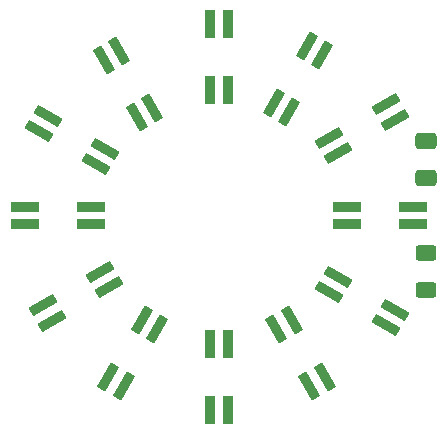
<source format=gbp>
%TF.GenerationSoftware,KiCad,Pcbnew,(6.0.2)*%
%TF.CreationDate,2022-04-19T06:21:28+10:00*%
%TF.ProjectId,adapter,61646170-7465-4722-9e6b-696361645f70,1.2*%
%TF.SameCoordinates,Original*%
%TF.FileFunction,Paste,Bot*%
%TF.FilePolarity,Positive*%
%FSLAX46Y46*%
G04 Gerber Fmt 4.6, Leading zero omitted, Abs format (unit mm)*
G04 Created by KiCad (PCBNEW (6.0.2)) date 2022-04-19 06:21:28*
%MOMM*%
%LPD*%
G01*
G04 APERTURE LIST*
G04 Aperture macros list*
%AMRoundRect*
0 Rectangle with rounded corners*
0 $1 Rounding radius*
0 $2 $3 $4 $5 $6 $7 $8 $9 X,Y pos of 4 corners*
0 Add a 4 corners polygon primitive as box body*
4,1,4,$2,$3,$4,$5,$6,$7,$8,$9,$2,$3,0*
0 Add four circle primitives for the rounded corners*
1,1,$1+$1,$2,$3*
1,1,$1+$1,$4,$5*
1,1,$1+$1,$6,$7*
1,1,$1+$1,$8,$9*
0 Add four rect primitives between the rounded corners*
20,1,$1+$1,$2,$3,$4,$5,0*
20,1,$1+$1,$4,$5,$6,$7,0*
20,1,$1+$1,$6,$7,$8,$9,0*
20,1,$1+$1,$8,$9,$2,$3,0*%
%AMRotRect*
0 Rectangle, with rotation*
0 The origin of the aperture is its center*
0 $1 length*
0 $2 width*
0 $3 Rotation angle, in degrees counterclockwise*
0 Add horizontal line*
21,1,$1,$2,0,0,$3*%
G04 Aperture macros list end*
%ADD10RoundRect,0.250000X-0.650000X0.412500X-0.650000X-0.412500X0.650000X-0.412500X0.650000X0.412500X0*%
%ADD11RotRect,2.400000X0.820000X60.000000*%
%ADD12RotRect,2.400000X0.820000X120.000000*%
%ADD13R,0.820000X2.400000*%
%ADD14RotRect,2.400000X0.820000X300.000000*%
%ADD15R,2.400000X0.820000*%
%ADD16RotRect,2.400000X0.820000X240.000000*%
%ADD17RotRect,2.400000X0.820000X210.000000*%
%ADD18RotRect,2.400000X0.820000X30.000000*%
%ADD19RoundRect,0.250000X0.625000X-0.400000X0.625000X0.400000X-0.625000X0.400000X-0.625000X-0.400000X0*%
%ADD20RotRect,2.400000X0.820000X150.000000*%
%ADD21RotRect,2.400000X0.820000X330.000000*%
G04 APERTURE END LIST*
D10*
%TO.C,C*%
X70000000Y-37272500D03*
X70000000Y-40397500D03*
%TD*%
D11*
%TO.C,REF\u002A\u002A*%
X47249519Y-53150129D03*
X45950481Y-52400129D03*
X43150481Y-57249871D03*
X44449519Y-57999871D03*
%TD*%
D12*
%TO.C,REF\u002A\u002A*%
X58649519Y-52400129D03*
X57350481Y-53150129D03*
X60150481Y-57999871D03*
X61449519Y-57249871D03*
%TD*%
D13*
%TO.C,REF\u002A\u002A*%
X51740000Y-32955000D03*
X53240000Y-32955000D03*
X53240000Y-27355000D03*
X51740000Y-27355000D03*
%TD*%
D14*
%TO.C,REF\u002A\u002A*%
X45550481Y-35199871D03*
X46849519Y-34449871D03*
X44049519Y-29600129D03*
X42750481Y-30350129D03*
%TD*%
D15*
%TO.C,REF\u002A\u002A*%
X41670000Y-44310000D03*
X41670000Y-42810000D03*
X36070000Y-42810000D03*
X36070000Y-44310000D03*
%TD*%
%TO.C,REF\u002A\u002A*%
X63350000Y-42810000D03*
X63350000Y-44310000D03*
X68950000Y-44310000D03*
X68950000Y-42810000D03*
%TD*%
D16*
%TO.C,REF\u002A\u002A*%
X57150481Y-34049871D03*
X58449519Y-34799871D03*
X61249519Y-29950129D03*
X59950481Y-29200129D03*
%TD*%
D13*
%TO.C,REF\u002A\u002A*%
X53240000Y-54460000D03*
X51740000Y-54460000D03*
X51740000Y-60060000D03*
X53240000Y-60060000D03*
%TD*%
D17*
%TO.C,REF\u002A\u002A*%
X61800129Y-36950481D03*
X62550129Y-38249519D03*
X67399871Y-35449519D03*
X66649871Y-34150481D03*
%TD*%
D18*
%TO.C,REF\u002A\u002A*%
X43199871Y-49649519D03*
X42449871Y-48350481D03*
X37600129Y-51150481D03*
X38350129Y-52449519D03*
%TD*%
D19*
%TO.C,R*%
X70000000Y-46750000D03*
X70000000Y-49850000D03*
%TD*%
D20*
%TO.C,REF\u002A\u002A*%
X62550129Y-48750481D03*
X61800129Y-50049519D03*
X66649871Y-52849519D03*
X67399871Y-51550481D03*
%TD*%
D21*
%TO.C,REF\u002A\u002A*%
X42095871Y-39197519D03*
X42845871Y-37898481D03*
X37996129Y-35098481D03*
X37246129Y-36397519D03*
%TD*%
M02*

</source>
